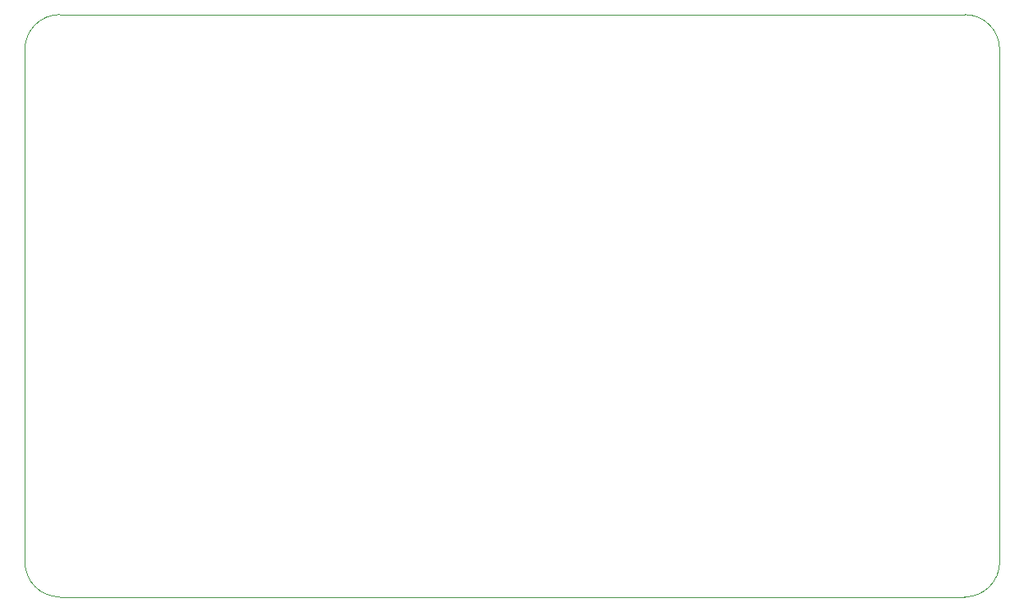
<source format=gm1>
G04 #@! TF.GenerationSoftware,KiCad,Pcbnew,7.0.7*
G04 #@! TF.CreationDate,2024-05-28T19:52:44+02:00*
G04 #@! TF.ProjectId,linefollower_pcb,6c696e65-666f-46c6-9c6f-7765725f7063,rev?*
G04 #@! TF.SameCoordinates,Original*
G04 #@! TF.FileFunction,Profile,NP*
%FSLAX46Y46*%
G04 Gerber Fmt 4.6, Leading zero omitted, Abs format (unit mm)*
G04 Created by KiCad (PCBNEW 7.0.7) date 2024-05-28 19:52:44*
%MOMM*%
%LPD*%
G01*
G04 APERTURE LIST*
G04 #@! TA.AperFunction,Profile*
%ADD10C,0.100000*%
G04 #@! TD*
G04 APERTURE END LIST*
D10*
X160000000Y-125900000D02*
G75*
G03*
X163600000Y-122300000I0J3600000D01*
G01*
X160000000Y-125900000D02*
X66700000Y-125900000D01*
X163600000Y-69400000D02*
G75*
G03*
X160000000Y-65800000I-3600000J0D01*
G01*
X66695584Y-65795584D02*
G75*
G03*
X63095584Y-69395584I16J-3600016D01*
G01*
X63100000Y-122300000D02*
G75*
G03*
X66700000Y-125900000I3600000J0D01*
G01*
X66695584Y-65795584D02*
X160000000Y-65800000D01*
X63100000Y-122300000D02*
X63095584Y-69395584D01*
X163600000Y-69400000D02*
X163600000Y-122300000D01*
M02*

</source>
